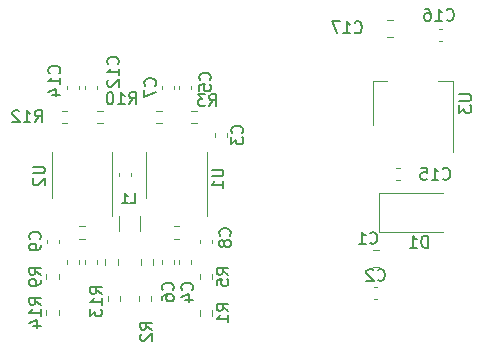
<source format=gbr>
%TF.GenerationSoftware,KiCad,Pcbnew,6.0.4-6f826c9f35~116~ubuntu20.04.1*%
%TF.CreationDate,2022-05-25T09:33:46+00:00*%
%TF.ProjectId,RFIQINT01B,52464951-494e-4543-9031-422e6b696361,REV 0.2*%
%TF.SameCoordinates,Original*%
%TF.FileFunction,Legend,Bot*%
%TF.FilePolarity,Positive*%
%FSLAX46Y46*%
G04 Gerber Fmt 4.6, Leading zero omitted, Abs format (unit mm)*
G04 Created by KiCad (PCBNEW 6.0.4-6f826c9f35~116~ubuntu20.04.1) date 2022-05-25 09:33:46*
%MOMM*%
%LPD*%
G01*
G04 APERTURE LIST*
%ADD10C,0.150000*%
%ADD11C,0.120000*%
G04 APERTURE END LIST*
D10*
%TO.C,U1*%
X133970780Y-104292495D02*
X134780304Y-104292495D01*
X134875542Y-104340114D01*
X134923161Y-104387733D01*
X134970780Y-104482971D01*
X134970780Y-104673447D01*
X134923161Y-104768685D01*
X134875542Y-104816304D01*
X134780304Y-104863923D01*
X133970780Y-104863923D01*
X134970780Y-105863923D02*
X134970780Y-105292495D01*
X134970780Y-105578209D02*
X133970780Y-105578209D01*
X134113638Y-105482971D01*
X134208876Y-105387733D01*
X134256495Y-105292495D01*
%TO.C,L1*%
X127083333Y-107111904D02*
X127464285Y-107111904D01*
X127464285Y-106311904D01*
X126397619Y-107111904D02*
X126854761Y-107111904D01*
X126626190Y-107111904D02*
X126626190Y-106311904D01*
X126702380Y-106426190D01*
X126778571Y-106502380D01*
X126854761Y-106540476D01*
%TO.C,U2*%
X118832380Y-104038495D02*
X119641904Y-104038495D01*
X119737142Y-104086114D01*
X119784761Y-104133733D01*
X119832380Y-104228971D01*
X119832380Y-104419447D01*
X119784761Y-104514685D01*
X119737142Y-104562304D01*
X119641904Y-104609923D01*
X118832380Y-104609923D01*
X118927619Y-105038495D02*
X118880000Y-105086114D01*
X118832380Y-105181352D01*
X118832380Y-105419447D01*
X118880000Y-105514685D01*
X118927619Y-105562304D01*
X119022857Y-105609923D01*
X119118095Y-105609923D01*
X119260952Y-105562304D01*
X119832380Y-104990876D01*
X119832380Y-105609923D01*
%TO.C,D1*%
X152274495Y-110902380D02*
X152274495Y-109902380D01*
X152036400Y-109902380D01*
X151893542Y-109950000D01*
X151798304Y-110045238D01*
X151750685Y-110140476D01*
X151703066Y-110330952D01*
X151703066Y-110473809D01*
X151750685Y-110664285D01*
X151798304Y-110759523D01*
X151893542Y-110854761D01*
X152036400Y-110902380D01*
X152274495Y-110902380D01*
X150750685Y-110902380D02*
X151322114Y-110902380D01*
X151036400Y-110902380D02*
X151036400Y-109902380D01*
X151131638Y-110045238D01*
X151226876Y-110140476D01*
X151322114Y-110188095D01*
%TO.C,C1*%
X147385066Y-110487942D02*
X147432685Y-110535561D01*
X147575542Y-110583180D01*
X147670780Y-110583180D01*
X147813638Y-110535561D01*
X147908876Y-110440323D01*
X147956495Y-110345085D01*
X148004114Y-110154609D01*
X148004114Y-110011752D01*
X147956495Y-109821276D01*
X147908876Y-109726038D01*
X147813638Y-109630800D01*
X147670780Y-109583180D01*
X147575542Y-109583180D01*
X147432685Y-109630800D01*
X147385066Y-109678419D01*
X146432685Y-110583180D02*
X147004114Y-110583180D01*
X146718400Y-110583180D02*
X146718400Y-109583180D01*
X146813638Y-109726038D01*
X146908876Y-109821276D01*
X147004114Y-109868895D01*
%TO.C,U3*%
X154952380Y-97918095D02*
X155761904Y-97918095D01*
X155857142Y-97965714D01*
X155904761Y-98013333D01*
X155952380Y-98108571D01*
X155952380Y-98299047D01*
X155904761Y-98394285D01*
X155857142Y-98441904D01*
X155761904Y-98489523D01*
X154952380Y-98489523D01*
X154952380Y-98870476D02*
X154952380Y-99489523D01*
X155333333Y-99156190D01*
X155333333Y-99299047D01*
X155380952Y-99394285D01*
X155428571Y-99441904D01*
X155523809Y-99489523D01*
X155761904Y-99489523D01*
X155857142Y-99441904D01*
X155904761Y-99394285D01*
X155952380Y-99299047D01*
X155952380Y-99013333D01*
X155904761Y-98918095D01*
X155857142Y-98870476D01*
%TO.C,R1*%
X135384780Y-116266933D02*
X134908590Y-115933600D01*
X135384780Y-115695504D02*
X134384780Y-115695504D01*
X134384780Y-116076457D01*
X134432400Y-116171695D01*
X134480019Y-116219314D01*
X134575257Y-116266933D01*
X134718114Y-116266933D01*
X134813352Y-116219314D01*
X134860971Y-116171695D01*
X134908590Y-116076457D01*
X134908590Y-115695504D01*
X135384780Y-117219314D02*
X135384780Y-116647885D01*
X135384780Y-116933600D02*
X134384780Y-116933600D01*
X134527638Y-116838361D01*
X134622876Y-116743123D01*
X134670495Y-116647885D01*
%TO.C,R2*%
X128923180Y-117837733D02*
X128446990Y-117504400D01*
X128923180Y-117266304D02*
X127923180Y-117266304D01*
X127923180Y-117647257D01*
X127970800Y-117742495D01*
X128018419Y-117790114D01*
X128113657Y-117837733D01*
X128256514Y-117837733D01*
X128351752Y-117790114D01*
X128399371Y-117742495D01*
X128446990Y-117647257D01*
X128446990Y-117266304D01*
X128018419Y-118218685D02*
X127970800Y-118266304D01*
X127923180Y-118361542D01*
X127923180Y-118599638D01*
X127970800Y-118694876D01*
X128018419Y-118742495D01*
X128113657Y-118790114D01*
X128208895Y-118790114D01*
X128351752Y-118742495D01*
X128923180Y-118171066D01*
X128923180Y-118790114D01*
%TO.C,R3*%
X133770666Y-98902780D02*
X134104000Y-98426590D01*
X134342095Y-98902780D02*
X134342095Y-97902780D01*
X133961142Y-97902780D01*
X133865904Y-97950400D01*
X133818285Y-97998019D01*
X133770666Y-98093257D01*
X133770666Y-98236114D01*
X133818285Y-98331352D01*
X133865904Y-98378971D01*
X133961142Y-98426590D01*
X134342095Y-98426590D01*
X133437333Y-97902780D02*
X132818285Y-97902780D01*
X133151619Y-98283733D01*
X133008761Y-98283733D01*
X132913523Y-98331352D01*
X132865904Y-98378971D01*
X132818285Y-98474209D01*
X132818285Y-98712304D01*
X132865904Y-98807542D01*
X132913523Y-98855161D01*
X133008761Y-98902780D01*
X133294476Y-98902780D01*
X133389714Y-98855161D01*
X133437333Y-98807542D01*
%TO.C,R5*%
X135382380Y-113193333D02*
X134906190Y-112860000D01*
X135382380Y-112621904D02*
X134382380Y-112621904D01*
X134382380Y-113002857D01*
X134430000Y-113098095D01*
X134477619Y-113145714D01*
X134572857Y-113193333D01*
X134715714Y-113193333D01*
X134810952Y-113145714D01*
X134858571Y-113098095D01*
X134906190Y-113002857D01*
X134906190Y-112621904D01*
X134382380Y-114098095D02*
X134382380Y-113621904D01*
X134858571Y-113574285D01*
X134810952Y-113621904D01*
X134763333Y-113717142D01*
X134763333Y-113955238D01*
X134810952Y-114050476D01*
X134858571Y-114098095D01*
X134953809Y-114145714D01*
X135191904Y-114145714D01*
X135287142Y-114098095D01*
X135334761Y-114050476D01*
X135382380Y-113955238D01*
X135382380Y-113717142D01*
X135334761Y-113621904D01*
X135287142Y-113574285D01*
%TO.C,R9*%
X119522380Y-113193333D02*
X119046190Y-112860000D01*
X119522380Y-112621904D02*
X118522380Y-112621904D01*
X118522380Y-113002857D01*
X118570000Y-113098095D01*
X118617619Y-113145714D01*
X118712857Y-113193333D01*
X118855714Y-113193333D01*
X118950952Y-113145714D01*
X118998571Y-113098095D01*
X119046190Y-113002857D01*
X119046190Y-112621904D01*
X119522380Y-113669523D02*
X119522380Y-113860000D01*
X119474761Y-113955238D01*
X119427142Y-114002857D01*
X119284285Y-114098095D01*
X119093809Y-114145714D01*
X118712857Y-114145714D01*
X118617619Y-114098095D01*
X118570000Y-114050476D01*
X118522380Y-113955238D01*
X118522380Y-113764761D01*
X118570000Y-113669523D01*
X118617619Y-113621904D01*
X118712857Y-113574285D01*
X118950952Y-113574285D01*
X119046190Y-113621904D01*
X119093809Y-113669523D01*
X119141428Y-113764761D01*
X119141428Y-113955238D01*
X119093809Y-114050476D01*
X119046190Y-114098095D01*
X118950952Y-114145714D01*
%TO.C,R10*%
X126982457Y-98750380D02*
X127315790Y-98274190D01*
X127553885Y-98750380D02*
X127553885Y-97750380D01*
X127172933Y-97750380D01*
X127077695Y-97798000D01*
X127030076Y-97845619D01*
X126982457Y-97940857D01*
X126982457Y-98083714D01*
X127030076Y-98178952D01*
X127077695Y-98226571D01*
X127172933Y-98274190D01*
X127553885Y-98274190D01*
X126030076Y-98750380D02*
X126601504Y-98750380D01*
X126315790Y-98750380D02*
X126315790Y-97750380D01*
X126411028Y-97893238D01*
X126506266Y-97988476D01*
X126601504Y-98036095D01*
X125411028Y-97750380D02*
X125315790Y-97750380D01*
X125220552Y-97798000D01*
X125172933Y-97845619D01*
X125125314Y-97940857D01*
X125077695Y-98131333D01*
X125077695Y-98369428D01*
X125125314Y-98559904D01*
X125172933Y-98655142D01*
X125220552Y-98702761D01*
X125315790Y-98750380D01*
X125411028Y-98750380D01*
X125506266Y-98702761D01*
X125553885Y-98655142D01*
X125601504Y-98559904D01*
X125649123Y-98369428D01*
X125649123Y-98131333D01*
X125601504Y-97940857D01*
X125553885Y-97845619D01*
X125506266Y-97798000D01*
X125411028Y-97750380D01*
%TO.C,R12*%
X119006857Y-100274380D02*
X119340190Y-99798190D01*
X119578285Y-100274380D02*
X119578285Y-99274380D01*
X119197333Y-99274380D01*
X119102095Y-99322000D01*
X119054476Y-99369619D01*
X119006857Y-99464857D01*
X119006857Y-99607714D01*
X119054476Y-99702952D01*
X119102095Y-99750571D01*
X119197333Y-99798190D01*
X119578285Y-99798190D01*
X118054476Y-100274380D02*
X118625904Y-100274380D01*
X118340190Y-100274380D02*
X118340190Y-99274380D01*
X118435428Y-99417238D01*
X118530666Y-99512476D01*
X118625904Y-99560095D01*
X117673523Y-99369619D02*
X117625904Y-99322000D01*
X117530666Y-99274380D01*
X117292571Y-99274380D01*
X117197333Y-99322000D01*
X117149714Y-99369619D01*
X117102095Y-99464857D01*
X117102095Y-99560095D01*
X117149714Y-99702952D01*
X117721142Y-100274380D01*
X117102095Y-100274380D01*
%TO.C,R13*%
X124685180Y-114824342D02*
X124208990Y-114491009D01*
X124685180Y-114252914D02*
X123685180Y-114252914D01*
X123685180Y-114633866D01*
X123732800Y-114729104D01*
X123780419Y-114776723D01*
X123875657Y-114824342D01*
X124018514Y-114824342D01*
X124113752Y-114776723D01*
X124161371Y-114729104D01*
X124208990Y-114633866D01*
X124208990Y-114252914D01*
X124685180Y-115776723D02*
X124685180Y-115205295D01*
X124685180Y-115491009D02*
X123685180Y-115491009D01*
X123828038Y-115395771D01*
X123923276Y-115300533D01*
X123970895Y-115205295D01*
X123685180Y-116110057D02*
X123685180Y-116729104D01*
X124066133Y-116395771D01*
X124066133Y-116538628D01*
X124113752Y-116633866D01*
X124161371Y-116681485D01*
X124256609Y-116729104D01*
X124494704Y-116729104D01*
X124589942Y-116681485D01*
X124637561Y-116633866D01*
X124685180Y-116538628D01*
X124685180Y-116252914D01*
X124637561Y-116157676D01*
X124589942Y-116110057D01*
%TO.C,R14*%
X119519980Y-115739942D02*
X119043790Y-115406609D01*
X119519980Y-115168514D02*
X118519980Y-115168514D01*
X118519980Y-115549466D01*
X118567600Y-115644704D01*
X118615219Y-115692323D01*
X118710457Y-115739942D01*
X118853314Y-115739942D01*
X118948552Y-115692323D01*
X118996171Y-115644704D01*
X119043790Y-115549466D01*
X119043790Y-115168514D01*
X119519980Y-116692323D02*
X119519980Y-116120895D01*
X119519980Y-116406609D02*
X118519980Y-116406609D01*
X118662838Y-116311371D01*
X118758076Y-116216133D01*
X118805695Y-116120895D01*
X118853314Y-117549466D02*
X119519980Y-117549466D01*
X118472361Y-117311371D02*
X119186647Y-117073276D01*
X119186647Y-117692323D01*
%TO.C,C2*%
X148030266Y-113633542D02*
X148077885Y-113681161D01*
X148220742Y-113728780D01*
X148315980Y-113728780D01*
X148458838Y-113681161D01*
X148554076Y-113585923D01*
X148601695Y-113490685D01*
X148649314Y-113300209D01*
X148649314Y-113157352D01*
X148601695Y-112966876D01*
X148554076Y-112871638D01*
X148458838Y-112776400D01*
X148315980Y-112728780D01*
X148220742Y-112728780D01*
X148077885Y-112776400D01*
X148030266Y-112824019D01*
X147649314Y-112824019D02*
X147601695Y-112776400D01*
X147506457Y-112728780D01*
X147268361Y-112728780D01*
X147173123Y-112776400D01*
X147125504Y-112824019D01*
X147077885Y-112919257D01*
X147077885Y-113014495D01*
X147125504Y-113157352D01*
X147696933Y-113728780D01*
X147077885Y-113728780D01*
%TO.C,C3*%
X136537142Y-101193333D02*
X136584761Y-101145714D01*
X136632380Y-101002857D01*
X136632380Y-100907619D01*
X136584761Y-100764761D01*
X136489523Y-100669523D01*
X136394285Y-100621904D01*
X136203809Y-100574285D01*
X136060952Y-100574285D01*
X135870476Y-100621904D01*
X135775238Y-100669523D01*
X135680000Y-100764761D01*
X135632380Y-100907619D01*
X135632380Y-101002857D01*
X135680000Y-101145714D01*
X135727619Y-101193333D01*
X135632380Y-101526666D02*
X135632380Y-102145714D01*
X136013333Y-101812380D01*
X136013333Y-101955238D01*
X136060952Y-102050476D01*
X136108571Y-102098095D01*
X136203809Y-102145714D01*
X136441904Y-102145714D01*
X136537142Y-102098095D01*
X136584761Y-102050476D01*
X136632380Y-101955238D01*
X136632380Y-101669523D01*
X136584761Y-101574285D01*
X136537142Y-101526666D01*
%TO.C,C4*%
X132307142Y-114483333D02*
X132354761Y-114435714D01*
X132402380Y-114292857D01*
X132402380Y-114197619D01*
X132354761Y-114054761D01*
X132259523Y-113959523D01*
X132164285Y-113911904D01*
X131973809Y-113864285D01*
X131830952Y-113864285D01*
X131640476Y-113911904D01*
X131545238Y-113959523D01*
X131450000Y-114054761D01*
X131402380Y-114197619D01*
X131402380Y-114292857D01*
X131450000Y-114435714D01*
X131497619Y-114483333D01*
X131735714Y-115340476D02*
X132402380Y-115340476D01*
X131354761Y-115102380D02*
X132069047Y-114864285D01*
X132069047Y-115483333D01*
%TO.C,C5*%
X133808742Y-96708933D02*
X133856361Y-96661314D01*
X133903980Y-96518457D01*
X133903980Y-96423219D01*
X133856361Y-96280361D01*
X133761123Y-96185123D01*
X133665885Y-96137504D01*
X133475409Y-96089885D01*
X133332552Y-96089885D01*
X133142076Y-96137504D01*
X133046838Y-96185123D01*
X132951600Y-96280361D01*
X132903980Y-96423219D01*
X132903980Y-96518457D01*
X132951600Y-96661314D01*
X132999219Y-96708933D01*
X132903980Y-97613695D02*
X132903980Y-97137504D01*
X133380171Y-97089885D01*
X133332552Y-97137504D01*
X133284933Y-97232742D01*
X133284933Y-97470838D01*
X133332552Y-97566076D01*
X133380171Y-97613695D01*
X133475409Y-97661314D01*
X133713504Y-97661314D01*
X133808742Y-97613695D01*
X133856361Y-97566076D01*
X133903980Y-97470838D01*
X133903980Y-97232742D01*
X133856361Y-97137504D01*
X133808742Y-97089885D01*
%TO.C,C6*%
X130657142Y-114483333D02*
X130704761Y-114435714D01*
X130752380Y-114292857D01*
X130752380Y-114197619D01*
X130704761Y-114054761D01*
X130609523Y-113959523D01*
X130514285Y-113911904D01*
X130323809Y-113864285D01*
X130180952Y-113864285D01*
X129990476Y-113911904D01*
X129895238Y-113959523D01*
X129800000Y-114054761D01*
X129752380Y-114197619D01*
X129752380Y-114292857D01*
X129800000Y-114435714D01*
X129847619Y-114483333D01*
X129752380Y-115340476D02*
X129752380Y-115150000D01*
X129800000Y-115054761D01*
X129847619Y-115007142D01*
X129990476Y-114911904D01*
X130180952Y-114864285D01*
X130561904Y-114864285D01*
X130657142Y-114911904D01*
X130704761Y-114959523D01*
X130752380Y-115054761D01*
X130752380Y-115245238D01*
X130704761Y-115340476D01*
X130657142Y-115388095D01*
X130561904Y-115435714D01*
X130323809Y-115435714D01*
X130228571Y-115388095D01*
X130180952Y-115340476D01*
X130133333Y-115245238D01*
X130133333Y-115054761D01*
X130180952Y-114959523D01*
X130228571Y-114911904D01*
X130323809Y-114864285D01*
%TO.C,C7*%
X129177142Y-97193333D02*
X129224761Y-97145714D01*
X129272380Y-97002857D01*
X129272380Y-96907619D01*
X129224761Y-96764761D01*
X129129523Y-96669523D01*
X129034285Y-96621904D01*
X128843809Y-96574285D01*
X128700952Y-96574285D01*
X128510476Y-96621904D01*
X128415238Y-96669523D01*
X128320000Y-96764761D01*
X128272380Y-96907619D01*
X128272380Y-97002857D01*
X128320000Y-97145714D01*
X128367619Y-97193333D01*
X128272380Y-97526666D02*
X128272380Y-98193333D01*
X129272380Y-97764761D01*
%TO.C,C8*%
X135507142Y-109883333D02*
X135554761Y-109835714D01*
X135602380Y-109692857D01*
X135602380Y-109597619D01*
X135554761Y-109454761D01*
X135459523Y-109359523D01*
X135364285Y-109311904D01*
X135173809Y-109264285D01*
X135030952Y-109264285D01*
X134840476Y-109311904D01*
X134745238Y-109359523D01*
X134650000Y-109454761D01*
X134602380Y-109597619D01*
X134602380Y-109692857D01*
X134650000Y-109835714D01*
X134697619Y-109883333D01*
X135030952Y-110454761D02*
X134983333Y-110359523D01*
X134935714Y-110311904D01*
X134840476Y-110264285D01*
X134792857Y-110264285D01*
X134697619Y-110311904D01*
X134650000Y-110359523D01*
X134602380Y-110454761D01*
X134602380Y-110645238D01*
X134650000Y-110740476D01*
X134697619Y-110788095D01*
X134792857Y-110835714D01*
X134840476Y-110835714D01*
X134935714Y-110788095D01*
X134983333Y-110740476D01*
X135030952Y-110645238D01*
X135030952Y-110454761D01*
X135078571Y-110359523D01*
X135126190Y-110311904D01*
X135221428Y-110264285D01*
X135411904Y-110264285D01*
X135507142Y-110311904D01*
X135554761Y-110359523D01*
X135602380Y-110454761D01*
X135602380Y-110645238D01*
X135554761Y-110740476D01*
X135507142Y-110788095D01*
X135411904Y-110835714D01*
X135221428Y-110835714D01*
X135126190Y-110788095D01*
X135078571Y-110740476D01*
X135030952Y-110645238D01*
%TO.C,C9*%
X119427142Y-110193333D02*
X119474761Y-110145714D01*
X119522380Y-110002857D01*
X119522380Y-109907619D01*
X119474761Y-109764761D01*
X119379523Y-109669523D01*
X119284285Y-109621904D01*
X119093809Y-109574285D01*
X118950952Y-109574285D01*
X118760476Y-109621904D01*
X118665238Y-109669523D01*
X118570000Y-109764761D01*
X118522380Y-109907619D01*
X118522380Y-110002857D01*
X118570000Y-110145714D01*
X118617619Y-110193333D01*
X119522380Y-110669523D02*
X119522380Y-110860000D01*
X119474761Y-110955238D01*
X119427142Y-111002857D01*
X119284285Y-111098095D01*
X119093809Y-111145714D01*
X118712857Y-111145714D01*
X118617619Y-111098095D01*
X118570000Y-111050476D01*
X118522380Y-110955238D01*
X118522380Y-110764761D01*
X118570000Y-110669523D01*
X118617619Y-110621904D01*
X118712857Y-110574285D01*
X118950952Y-110574285D01*
X119046190Y-110621904D01*
X119093809Y-110669523D01*
X119141428Y-110764761D01*
X119141428Y-110955238D01*
X119093809Y-111050476D01*
X119046190Y-111098095D01*
X118950952Y-111145714D01*
%TO.C,C12*%
X126036342Y-95369142D02*
X126083961Y-95321523D01*
X126131580Y-95178666D01*
X126131580Y-95083428D01*
X126083961Y-94940571D01*
X125988723Y-94845333D01*
X125893485Y-94797714D01*
X125703009Y-94750095D01*
X125560152Y-94750095D01*
X125369676Y-94797714D01*
X125274438Y-94845333D01*
X125179200Y-94940571D01*
X125131580Y-95083428D01*
X125131580Y-95178666D01*
X125179200Y-95321523D01*
X125226819Y-95369142D01*
X126131580Y-96321523D02*
X126131580Y-95750095D01*
X126131580Y-96035809D02*
X125131580Y-96035809D01*
X125274438Y-95940571D01*
X125369676Y-95845333D01*
X125417295Y-95750095D01*
X125226819Y-96702476D02*
X125179200Y-96750095D01*
X125131580Y-96845333D01*
X125131580Y-97083428D01*
X125179200Y-97178666D01*
X125226819Y-97226285D01*
X125322057Y-97273904D01*
X125417295Y-97273904D01*
X125560152Y-97226285D01*
X126131580Y-96654857D01*
X126131580Y-97273904D01*
%TO.C,C14*%
X121057942Y-96131142D02*
X121105561Y-96083523D01*
X121153180Y-95940666D01*
X121153180Y-95845428D01*
X121105561Y-95702571D01*
X121010323Y-95607333D01*
X120915085Y-95559714D01*
X120724609Y-95512095D01*
X120581752Y-95512095D01*
X120391276Y-95559714D01*
X120296038Y-95607333D01*
X120200800Y-95702571D01*
X120153180Y-95845428D01*
X120153180Y-95940666D01*
X120200800Y-96083523D01*
X120248419Y-96131142D01*
X121153180Y-97083523D02*
X121153180Y-96512095D01*
X121153180Y-96797809D02*
X120153180Y-96797809D01*
X120296038Y-96702571D01*
X120391276Y-96607333D01*
X120438895Y-96512095D01*
X120486514Y-97940666D02*
X121153180Y-97940666D01*
X120105561Y-97702571D02*
X120819847Y-97464476D01*
X120819847Y-98083523D01*
%TO.C,C15*%
X153550857Y-105055942D02*
X153598476Y-105103561D01*
X153741333Y-105151180D01*
X153836571Y-105151180D01*
X153979428Y-105103561D01*
X154074666Y-105008323D01*
X154122285Y-104913085D01*
X154169904Y-104722609D01*
X154169904Y-104579752D01*
X154122285Y-104389276D01*
X154074666Y-104294038D01*
X153979428Y-104198800D01*
X153836571Y-104151180D01*
X153741333Y-104151180D01*
X153598476Y-104198800D01*
X153550857Y-104246419D01*
X152598476Y-105151180D02*
X153169904Y-105151180D01*
X152884190Y-105151180D02*
X152884190Y-104151180D01*
X152979428Y-104294038D01*
X153074666Y-104389276D01*
X153169904Y-104436895D01*
X151693714Y-104151180D02*
X152169904Y-104151180D01*
X152217523Y-104627371D01*
X152169904Y-104579752D01*
X152074666Y-104532133D01*
X151836571Y-104532133D01*
X151741333Y-104579752D01*
X151693714Y-104627371D01*
X151646095Y-104722609D01*
X151646095Y-104960704D01*
X151693714Y-105055942D01*
X151741333Y-105103561D01*
X151836571Y-105151180D01*
X152074666Y-105151180D01*
X152169904Y-105103561D01*
X152217523Y-105055942D01*
%TO.C,C16*%
X153855657Y-91593942D02*
X153903276Y-91641561D01*
X154046133Y-91689180D01*
X154141371Y-91689180D01*
X154284228Y-91641561D01*
X154379466Y-91546323D01*
X154427085Y-91451085D01*
X154474704Y-91260609D01*
X154474704Y-91117752D01*
X154427085Y-90927276D01*
X154379466Y-90832038D01*
X154284228Y-90736800D01*
X154141371Y-90689180D01*
X154046133Y-90689180D01*
X153903276Y-90736800D01*
X153855657Y-90784419D01*
X152903276Y-91689180D02*
X153474704Y-91689180D01*
X153188990Y-91689180D02*
X153188990Y-90689180D01*
X153284228Y-90832038D01*
X153379466Y-90927276D01*
X153474704Y-90974895D01*
X152046133Y-90689180D02*
X152236609Y-90689180D01*
X152331847Y-90736800D01*
X152379466Y-90784419D01*
X152474704Y-90927276D01*
X152522323Y-91117752D01*
X152522323Y-91498704D01*
X152474704Y-91593942D01*
X152427085Y-91641561D01*
X152331847Y-91689180D01*
X152141371Y-91689180D01*
X152046133Y-91641561D01*
X151998514Y-91593942D01*
X151950895Y-91498704D01*
X151950895Y-91260609D01*
X151998514Y-91165371D01*
X152046133Y-91117752D01*
X152141371Y-91070133D01*
X152331847Y-91070133D01*
X152427085Y-91117752D01*
X152474704Y-91165371D01*
X152522323Y-91260609D01*
%TO.C,C17*%
X146083257Y-92660742D02*
X146130876Y-92708361D01*
X146273733Y-92755980D01*
X146368971Y-92755980D01*
X146511828Y-92708361D01*
X146607066Y-92613123D01*
X146654685Y-92517885D01*
X146702304Y-92327409D01*
X146702304Y-92184552D01*
X146654685Y-91994076D01*
X146607066Y-91898838D01*
X146511828Y-91803600D01*
X146368971Y-91755980D01*
X146273733Y-91755980D01*
X146130876Y-91803600D01*
X146083257Y-91851219D01*
X145130876Y-92755980D02*
X145702304Y-92755980D01*
X145416590Y-92755980D02*
X145416590Y-91755980D01*
X145511828Y-91898838D01*
X145607066Y-91994076D01*
X145702304Y-92041695D01*
X144797542Y-91755980D02*
X144130876Y-91755980D01*
X144559447Y-92755980D01*
D11*
%TO.C,U1*%
X128440000Y-104760000D02*
X128440000Y-106710000D01*
X133560000Y-104760000D02*
X133560000Y-102810000D01*
X133560000Y-104760000D02*
X133560000Y-108210000D01*
X128440000Y-104760000D02*
X128440000Y-102810000D01*
%TO.C,L1*%
X127880000Y-109460000D02*
X127880000Y-108260000D01*
X126120000Y-108260000D02*
X126120000Y-109460000D01*
%TO.C,U2*%
X120440000Y-104760000D02*
X120440000Y-102810000D01*
X120440000Y-104760000D02*
X120440000Y-106710000D01*
X125560000Y-104760000D02*
X125560000Y-102810000D01*
X125560000Y-104760000D02*
X125560000Y-108210000D01*
%TO.C,D1*%
X148136400Y-106300000D02*
X153536400Y-106300000D01*
X148136400Y-109600000D02*
X148136400Y-106300000D01*
X148136400Y-109600000D02*
X153536400Y-109600000D01*
%TO.C,C1*%
X148140052Y-111075800D02*
X147617548Y-111075800D01*
X148140052Y-112545800D02*
X147617548Y-112545800D01*
%TO.C,U3*%
X154410000Y-96770000D02*
X153150000Y-96770000D01*
X147590000Y-100530000D02*
X147590000Y-96770000D01*
X147590000Y-96770000D02*
X148850000Y-96770000D01*
X154410000Y-102780000D02*
X154410000Y-96770000D01*
%TO.C,R1*%
X134024900Y-116670858D02*
X134024900Y-116196342D01*
X132979900Y-116670858D02*
X132979900Y-116196342D01*
%TO.C,R2*%
X127798300Y-115451658D02*
X127798300Y-114977142D01*
X128843300Y-115451658D02*
X128843300Y-114977142D01*
%TO.C,R3*%
X132737258Y-100349500D02*
X132262742Y-100349500D01*
X132737258Y-99304500D02*
X132262742Y-99304500D01*
%TO.C,R4*%
X131237258Y-109087500D02*
X130762742Y-109087500D01*
X131237258Y-110132500D02*
X130762742Y-110132500D01*
%TO.C,R5*%
X132977500Y-113597258D02*
X132977500Y-113122742D01*
X134022500Y-113597258D02*
X134022500Y-113122742D01*
%TO.C,R6*%
X127977500Y-112347258D02*
X127977500Y-111872742D01*
X129022500Y-112347258D02*
X129022500Y-111872742D01*
%TO.C,R7*%
X129737258Y-99304500D02*
X129262742Y-99304500D01*
X129737258Y-100349500D02*
X129262742Y-100349500D01*
%TO.C,R8*%
X126022500Y-111872742D02*
X126022500Y-112347258D01*
X124977500Y-111872742D02*
X124977500Y-112347258D01*
%TO.C,R9*%
X121022500Y-113122742D02*
X121022500Y-113597258D01*
X119977500Y-113122742D02*
X119977500Y-113597258D01*
%TO.C,R10*%
X124737258Y-100349500D02*
X124262742Y-100349500D01*
X124737258Y-99304500D02*
X124262742Y-99304500D01*
%TO.C,R11*%
X123237258Y-110132500D02*
X122762742Y-110132500D01*
X123237258Y-109087500D02*
X122762742Y-109087500D01*
%TO.C,R12*%
X121737258Y-99304500D02*
X121262742Y-99304500D01*
X121737258Y-100349500D02*
X121262742Y-100349500D01*
%TO.C,R13*%
X125156700Y-114977142D02*
X125156700Y-115451658D01*
X126201700Y-114977142D02*
X126201700Y-115451658D01*
%TO.C,R14*%
X121020100Y-116145542D02*
X121020100Y-116620058D01*
X119975100Y-116145542D02*
X119975100Y-116620058D01*
%TO.C,C2*%
X148004180Y-115216400D02*
X147723020Y-115216400D01*
X148004180Y-114196400D02*
X147723020Y-114196400D01*
%TO.C,C3*%
X135260000Y-101500580D02*
X135260000Y-101219420D01*
X134240000Y-101500580D02*
X134240000Y-101219420D01*
%TO.C,C4*%
X131240000Y-111969420D02*
X131240000Y-112250580D01*
X132260000Y-111969420D02*
X132260000Y-112250580D01*
%TO.C,C5*%
X132260000Y-97219420D02*
X132260000Y-97500580D01*
X131240000Y-97219420D02*
X131240000Y-97500580D01*
%TO.C,C6*%
X130760000Y-111969420D02*
X130760000Y-112250580D01*
X129740000Y-111969420D02*
X129740000Y-112250580D01*
%TO.C,C7*%
X130760000Y-97219420D02*
X130760000Y-97500580D01*
X129740000Y-97219420D02*
X129740000Y-97500580D01*
%TO.C,C8*%
X134010000Y-110219420D02*
X134010000Y-110500580D01*
X132990000Y-110219420D02*
X132990000Y-110500580D01*
%TO.C,C9*%
X121010000Y-110219420D02*
X121010000Y-110500580D01*
X119990000Y-110219420D02*
X119990000Y-110500580D01*
%TO.C,C10*%
X126140000Y-104569420D02*
X126140000Y-104850580D01*
X127160000Y-104569420D02*
X127160000Y-104850580D01*
%TO.C,C11*%
X124260000Y-111969420D02*
X124260000Y-112250580D01*
X123240000Y-111969420D02*
X123240000Y-112250580D01*
%TO.C,C12*%
X123240000Y-97219420D02*
X123240000Y-97500580D01*
X124260000Y-97219420D02*
X124260000Y-97500580D01*
%TO.C,C13*%
X122760000Y-111969420D02*
X122760000Y-112250580D01*
X121740000Y-111969420D02*
X121740000Y-112250580D01*
%TO.C,C14*%
X121740000Y-97219420D02*
X121740000Y-97500580D01*
X122760000Y-97219420D02*
X122760000Y-97500580D01*
%TO.C,C15*%
X149890580Y-105190000D02*
X149609420Y-105190000D01*
X149890580Y-104170000D02*
X149609420Y-104170000D01*
%TO.C,C16*%
X153515580Y-93395000D02*
X153234420Y-93395000D01*
X153515580Y-92375000D02*
X153234420Y-92375000D01*
%TO.C,C17*%
X148838748Y-93095000D02*
X149361252Y-93095000D01*
X148838748Y-91625000D02*
X149361252Y-91625000D01*
%TD*%
M02*

</source>
